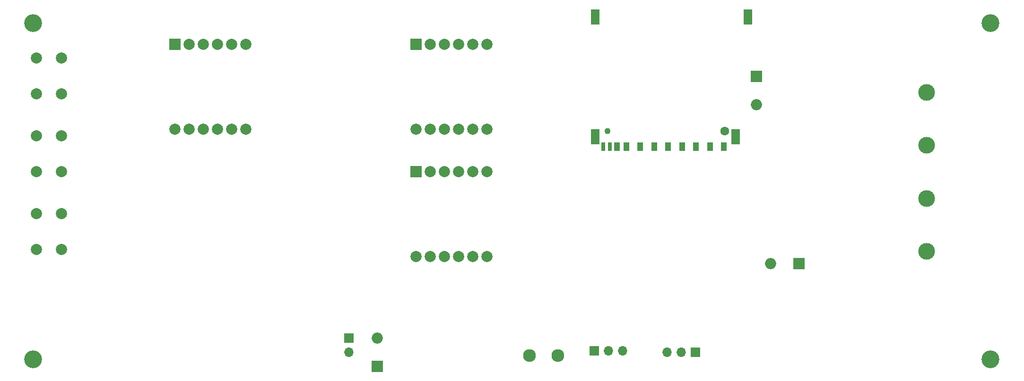
<source format=gbr>
%TF.GenerationSoftware,KiCad,Pcbnew,(5.1.9)-1*%
%TF.CreationDate,2021-10-23T20:54:44-04:00*%
%TF.ProjectId,Control Board,436f6e74-726f-46c2-9042-6f6172642e6b,rev?*%
%TF.SameCoordinates,Original*%
%TF.FileFunction,Soldermask,Bot*%
%TF.FilePolarity,Negative*%
%FSLAX46Y46*%
G04 Gerber Fmt 4.6, Leading zero omitted, Abs format (unit mm)*
G04 Created by KiCad (PCBNEW (5.1.9)-1) date 2021-10-23 20:54:44*
%MOMM*%
%LPD*%
G01*
G04 APERTURE LIST*
%ADD10C,2.000000*%
%ADD11C,3.200000*%
%ADD12O,2.000000X2.000000*%
%ADD13R,2.000000X2.000000*%
%ADD14O,1.700000X1.700000*%
%ADD15R,1.700000X1.700000*%
%ADD16C,3.000000*%
%ADD17R,1.500000X2.800000*%
%ADD18C,1.100000*%
%ADD19C,1.600000*%
%ADD20R,0.700000X1.500000*%
%ADD21R,1.000000X1.500000*%
%ADD22C,2.300000*%
G04 APERTURE END LIST*
D10*
%TO.C,SW2*%
X77470000Y-69700000D03*
X72970000Y-69700000D03*
X77470000Y-76200000D03*
X72970000Y-76200000D03*
%TD*%
D11*
%TO.C,H1*%
X72390000Y-49530000D03*
%TD*%
%TO.C,H2*%
X72390000Y-109855000D03*
%TD*%
%TO.C,H4*%
X243840000Y-109855000D03*
%TD*%
%TO.C,H3*%
X243840000Y-49530000D03*
%TD*%
D12*
%TO.C,D6*%
X204470000Y-92710000D03*
D13*
X209550000Y-92710000D03*
%TD*%
D12*
%TO.C,D5*%
X133985000Y-106045000D03*
D13*
X133985000Y-111125000D03*
%TD*%
D14*
%TO.C,J6*%
X128905000Y-108585000D03*
D15*
X128905000Y-106045000D03*
%TD*%
D10*
%TO.C,DS3*%
X97790000Y-68580000D03*
X100330000Y-68580000D03*
X102870000Y-68580000D03*
X105410000Y-68580000D03*
X107950000Y-68580000D03*
X110490000Y-68580000D03*
X110490000Y-53340000D03*
X107950000Y-53340000D03*
X105410000Y-53340000D03*
X102870000Y-53340000D03*
X100330000Y-53340000D03*
D13*
X97790000Y-53340000D03*
%TD*%
D10*
%TO.C,SW3*%
X77470000Y-83670000D03*
X72970000Y-83670000D03*
X77470000Y-90170000D03*
X72970000Y-90170000D03*
%TD*%
%TO.C,SW1*%
X77470000Y-55730000D03*
X72970000Y-55730000D03*
X77470000Y-62230000D03*
X72970000Y-62230000D03*
%TD*%
D14*
%TO.C,RV1*%
X177927000Y-108331000D03*
X175387000Y-108331000D03*
D15*
X172847000Y-108331000D03*
%TD*%
D14*
%TO.C,J7*%
X185928000Y-108585000D03*
X188468000Y-108585000D03*
D15*
X191008000Y-108585000D03*
%TD*%
D16*
%TO.C,J5*%
X232410000Y-90495000D03*
X232410000Y-80965000D03*
X232410000Y-71435000D03*
X232410000Y-61905000D03*
%TD*%
D17*
%TO.C,J4*%
X173040000Y-69865000D03*
X173040000Y-48365000D03*
X200340000Y-48365000D03*
X198140000Y-69865000D03*
D18*
X175190000Y-68865000D03*
D19*
X196190000Y-68865000D03*
D20*
X174435000Y-71665000D03*
X175635000Y-71665000D03*
D21*
X196065000Y-71665000D03*
X176935000Y-71665000D03*
X178635000Y-71665000D03*
X181065000Y-71665000D03*
X183565000Y-71665000D03*
X186065000Y-71665000D03*
X188565000Y-71665000D03*
X191065000Y-71665000D03*
X193565000Y-71665000D03*
%TD*%
D22*
%TO.C,J3*%
X166370000Y-109220000D03*
X161290000Y-109220000D03*
%TD*%
D10*
%TO.C,DS2*%
X140970000Y-91440000D03*
X143510000Y-91440000D03*
X146050000Y-91440000D03*
X148590000Y-91440000D03*
X151130000Y-91440000D03*
X153670000Y-91440000D03*
X153670000Y-76200000D03*
X151130000Y-76200000D03*
X148590000Y-76200000D03*
X146050000Y-76200000D03*
X143510000Y-76200000D03*
D13*
X140970000Y-76200000D03*
%TD*%
D10*
%TO.C,DS1*%
X140970000Y-68580000D03*
X143510000Y-68580000D03*
X146050000Y-68580000D03*
X148590000Y-68580000D03*
X151130000Y-68580000D03*
X153670000Y-68580000D03*
X153670000Y-53340000D03*
X151130000Y-53340000D03*
X148590000Y-53340000D03*
X146050000Y-53340000D03*
X143510000Y-53340000D03*
D13*
X140970000Y-53340000D03*
%TD*%
D12*
%TO.C,D4*%
X201930000Y-64135000D03*
D13*
X201930000Y-59055000D03*
%TD*%
M02*

</source>
